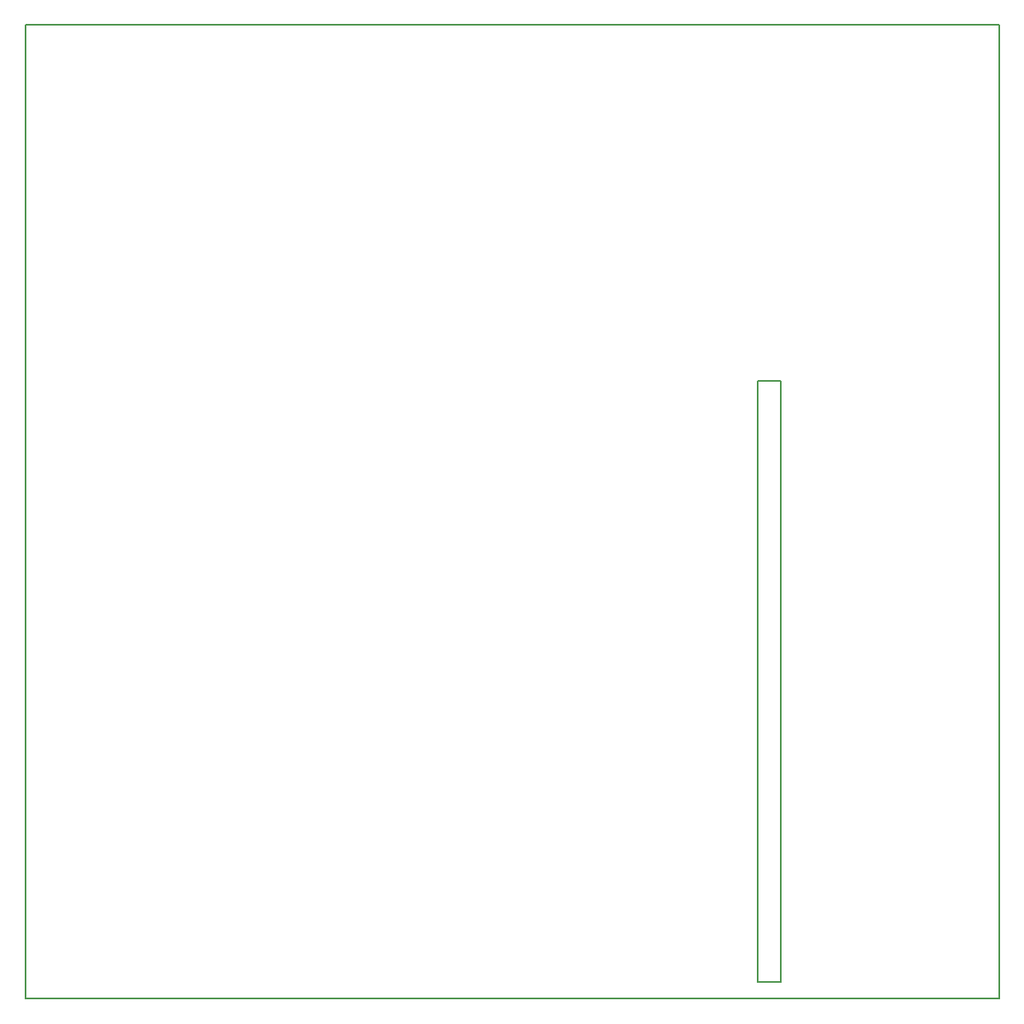
<source format=gbr>
G04 PROTEUS RS274X GERBER FILE*
%FSLAX45Y45*%
%MOMM*%
G01*
%ADD43C,0.203200*%
D43*
X-5000000Y-5000000D02*
X+5000000Y-5000000D01*
X+5000000Y+5000000D01*
X-5000000Y+5000000D01*
X-5000000Y-5000000D01*
X+2520000Y-4830000D02*
X+2760000Y-4830000D01*
X+2760000Y+1340000D01*
X+2520000Y+1340000D01*
X+2520000Y-4830000D01*
M02*

</source>
